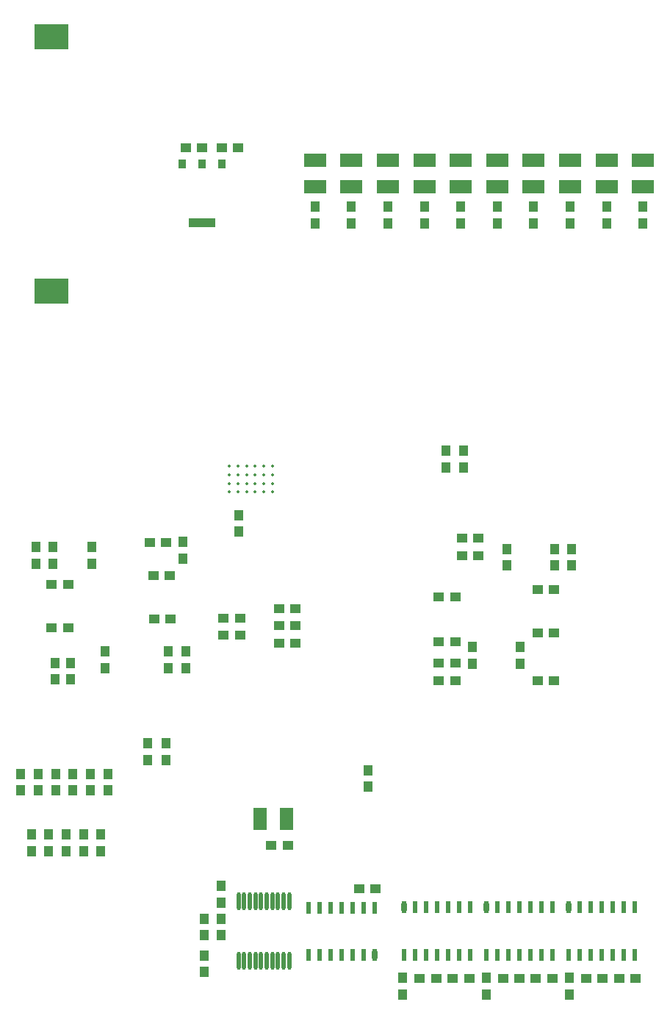
<source format=gbp>
G04 Layer_Color=128*
%FSLAX44Y44*%
%MOMM*%
G71*
G01*
G75*
%ADD12R,1.2000X1.1400*%
%ADD13R,1.1400X1.2000*%
%ADD17R,0.6000X1.4500*%
%ADD18O,0.6000X1.4500*%
%ADD24R,2.6000X1.5000*%
%ADD50R,0.9000X1.0500*%
%ADD51R,3.1000X1.0500*%
%ADD52C,0.3500*%
%ADD53O,0.4500X2.1000*%
%ADD54R,1.5000X2.6000*%
%ADD55R,3.9370X2.9210*%
D12*
X622500Y203000D02*
D03*
X641500D02*
D03*
X358500Y598000D02*
D03*
X377500D02*
D03*
Y618000D02*
D03*
X358500D02*
D03*
X375500Y1159250D02*
D03*
X356500D02*
D03*
X315000D02*
D03*
X334000D02*
D03*
X533500Y306000D02*
D03*
X514500D02*
D03*
X432500Y356000D02*
D03*
X413500D02*
D03*
X718500Y203000D02*
D03*
X737500D02*
D03*
X814500D02*
D03*
X833500D02*
D03*
X680500D02*
D03*
X699500D02*
D03*
X584500D02*
D03*
X603500D02*
D03*
X776500D02*
D03*
X795500D02*
D03*
X422500Y629000D02*
D03*
X441500D02*
D03*
Y609000D02*
D03*
X422500D02*
D03*
Y589000D02*
D03*
X441500D02*
D03*
X652500Y690000D02*
D03*
X633500D02*
D03*
X652500Y710000D02*
D03*
X633500D02*
D03*
X625500Y591000D02*
D03*
X606500D02*
D03*
X625500Y546000D02*
D03*
X606500D02*
D03*
X606500Y566000D02*
D03*
X625500D02*
D03*
X720500Y651000D02*
D03*
X739500D02*
D03*
X720500Y601000D02*
D03*
X739500D02*
D03*
X720500Y546000D02*
D03*
X739500D02*
D03*
X625500Y642000D02*
D03*
X606500D02*
D03*
X292500Y705000D02*
D03*
X273500D02*
D03*
X277500Y667000D02*
D03*
X296500D02*
D03*
X278500Y617000D02*
D03*
X297500D02*
D03*
X179500Y607000D02*
D03*
X160500D02*
D03*
X179500Y657000D02*
D03*
X160500D02*
D03*
D13*
X376000Y736500D02*
D03*
Y717500D02*
D03*
X525000Y423500D02*
D03*
Y442500D02*
D03*
X336000Y252500D02*
D03*
Y271500D02*
D03*
X225000Y419500D02*
D03*
Y438500D02*
D03*
X205000Y419500D02*
D03*
Y438500D02*
D03*
X185000Y419500D02*
D03*
Y438500D02*
D03*
X165000Y419500D02*
D03*
Y438500D02*
D03*
X145000Y419500D02*
D03*
Y438500D02*
D03*
X125000Y419500D02*
D03*
Y438500D02*
D03*
X217000Y368500D02*
D03*
Y349500D02*
D03*
X197000Y368500D02*
D03*
Y349500D02*
D03*
X177000Y368500D02*
D03*
Y349500D02*
D03*
X157000Y368500D02*
D03*
Y349500D02*
D03*
X137000Y368500D02*
D03*
Y349500D02*
D03*
X615000Y810500D02*
D03*
Y791500D02*
D03*
X356000Y252500D02*
D03*
Y271500D02*
D03*
Y309500D02*
D03*
Y290500D02*
D03*
X336000Y229500D02*
D03*
Y210500D02*
D03*
X757000Y184500D02*
D03*
Y203500D02*
D03*
X661000Y184500D02*
D03*
Y203500D02*
D03*
X565000Y184500D02*
D03*
Y203500D02*
D03*
X635000Y791500D02*
D03*
Y810500D02*
D03*
X842000Y1091500D02*
D03*
Y1072500D02*
D03*
X800000D02*
D03*
Y1091500D02*
D03*
X758000D02*
D03*
Y1072500D02*
D03*
X716000D02*
D03*
Y1091500D02*
D03*
X674000D02*
D03*
Y1072500D02*
D03*
X632000D02*
D03*
Y1091500D02*
D03*
X590000D02*
D03*
Y1072500D02*
D03*
X548000D02*
D03*
Y1091500D02*
D03*
X506000D02*
D03*
Y1072500D02*
D03*
X464000D02*
D03*
Y1091500D02*
D03*
X271000Y454500D02*
D03*
Y473500D02*
D03*
X292000Y454500D02*
D03*
Y473500D02*
D03*
X645000Y584500D02*
D03*
Y565500D02*
D03*
X700000Y584500D02*
D03*
Y565500D02*
D03*
X740000Y678500D02*
D03*
Y697500D02*
D03*
X760000Y678500D02*
D03*
Y697500D02*
D03*
X685000Y678500D02*
D03*
Y697500D02*
D03*
X182000Y566500D02*
D03*
Y547500D02*
D03*
X164000Y566500D02*
D03*
Y547500D02*
D03*
X142000Y680500D02*
D03*
Y699500D02*
D03*
X162000Y699500D02*
D03*
Y680500D02*
D03*
X207000Y680500D02*
D03*
Y699500D02*
D03*
X222000Y579500D02*
D03*
Y560500D02*
D03*
X315000Y579500D02*
D03*
Y560500D02*
D03*
X295000Y579500D02*
D03*
Y560500D02*
D03*
X312000Y686500D02*
D03*
Y705500D02*
D03*
D17*
X520400Y229750D02*
D03*
X469600D02*
D03*
X495000D02*
D03*
X456900Y284250D02*
D03*
X469600D02*
D03*
X482300D02*
D03*
X495000D02*
D03*
X507700D02*
D03*
X520400D02*
D03*
X533100D02*
D03*
X456900Y229750D02*
D03*
X482300D02*
D03*
X507700D02*
D03*
X699500Y284750D02*
D03*
X674100D02*
D03*
X686800D02*
D03*
X712200D02*
D03*
X737600Y230250D02*
D03*
X724900D02*
D03*
X712200D02*
D03*
X699500D02*
D03*
X686800D02*
D03*
X674100D02*
D03*
X661400D02*
D03*
X737600Y284750D02*
D03*
X724900D02*
D03*
X605000D02*
D03*
X579600D02*
D03*
X592300D02*
D03*
X617700D02*
D03*
X643100Y230250D02*
D03*
X630400D02*
D03*
X617700D02*
D03*
X605000D02*
D03*
X592300D02*
D03*
X579600D02*
D03*
X566900D02*
D03*
X643100Y284750D02*
D03*
X630400D02*
D03*
X794000D02*
D03*
X768600D02*
D03*
X781300D02*
D03*
X806700D02*
D03*
X832100Y230250D02*
D03*
X819400D02*
D03*
X806700D02*
D03*
X768600D02*
D03*
X755900D02*
D03*
X832100Y284750D02*
D03*
X819400D02*
D03*
X794000Y230250D02*
D03*
X781300D02*
D03*
D18*
X533100Y229750D02*
D03*
X661400Y284750D02*
D03*
X566900D02*
D03*
X755900D02*
D03*
D24*
X464000Y1115000D02*
D03*
Y1145000D02*
D03*
X506000D02*
D03*
Y1115000D02*
D03*
X548000D02*
D03*
Y1145000D02*
D03*
X590000D02*
D03*
Y1115000D02*
D03*
X632000D02*
D03*
Y1145000D02*
D03*
X674000D02*
D03*
Y1115000D02*
D03*
X716000D02*
D03*
Y1145000D02*
D03*
X758000D02*
D03*
Y1115000D02*
D03*
X800000D02*
D03*
Y1145000D02*
D03*
X842000D02*
D03*
Y1115000D02*
D03*
D50*
X311000Y1141000D02*
D03*
X334000D02*
D03*
X357000D02*
D03*
D51*
X334000Y1073500D02*
D03*
D52*
X415000Y763000D02*
D03*
Y773000D02*
D03*
Y783000D02*
D03*
Y793000D02*
D03*
X405000Y763000D02*
D03*
Y773000D02*
D03*
Y783000D02*
D03*
Y793000D02*
D03*
X395000Y763000D02*
D03*
Y773000D02*
D03*
Y783000D02*
D03*
Y793000D02*
D03*
X385000Y763000D02*
D03*
Y773000D02*
D03*
Y783000D02*
D03*
Y793000D02*
D03*
X375000Y763000D02*
D03*
Y773000D02*
D03*
Y783000D02*
D03*
Y793000D02*
D03*
X365000Y763000D02*
D03*
Y773000D02*
D03*
Y783000D02*
D03*
Y793000D02*
D03*
D53*
X375750Y292000D02*
D03*
X382250D02*
D03*
X388750D02*
D03*
X395250D02*
D03*
X401750D02*
D03*
X408250D02*
D03*
X414750D02*
D03*
X421250D02*
D03*
X427750D02*
D03*
X434250D02*
D03*
X375750Y223000D02*
D03*
X382250D02*
D03*
X388750D02*
D03*
X395250D02*
D03*
X401750D02*
D03*
X408250D02*
D03*
X414750D02*
D03*
X421250D02*
D03*
X427750D02*
D03*
X434250D02*
D03*
D54*
X401000Y387000D02*
D03*
X431000D02*
D03*
D55*
X160000Y994500D02*
D03*
Y1287500D02*
D03*
M02*

</source>
